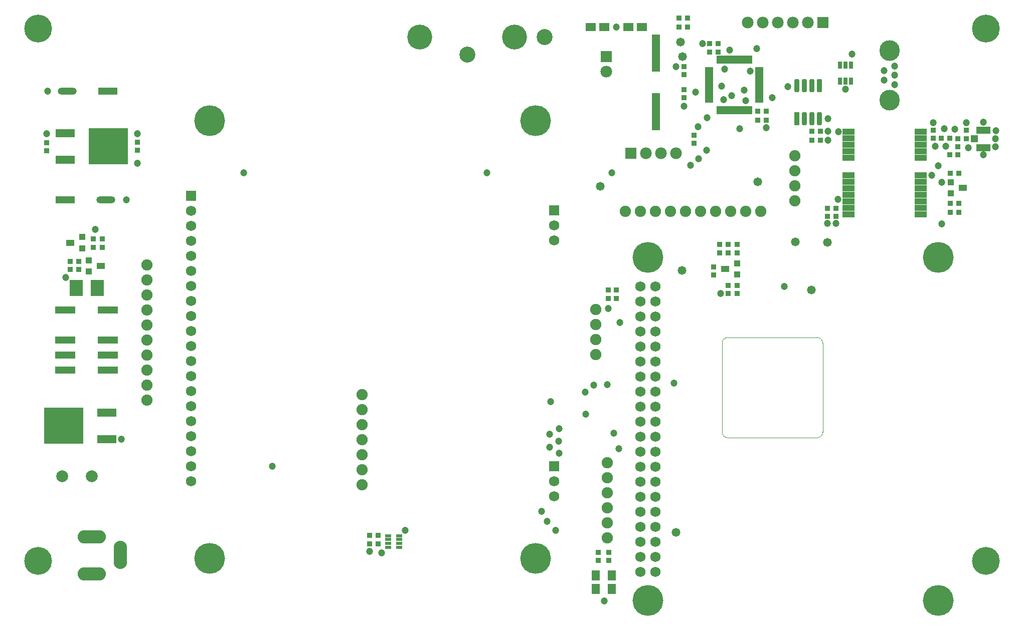
<source format=gts>
%FSLAX44Y44*%
%MOMM*%
G71*
G01*
G75*
G04 Layer_Color=8388736*
%ADD10C,0.2540*%
%ADD11R,3.1600X1.0000*%
%ADD12R,0.7620X0.7620*%
%ADD13R,0.7620X0.7620*%
%ADD14R,1.2700X0.9144*%
%ADD15R,0.9144X0.9144*%
%ADD16R,2.2000X1.0500*%
%ADD17R,1.0500X1.0000*%
%ADD18R,1.9000X0.8000*%
%ADD19R,3.0000X1.0000*%
%ADD20O,3.0000X1.0000*%
%ADD21R,6.5000X5.9000*%
%ADD22R,3.0000X1.2000*%
%ADD23R,2.0000X2.5000*%
G04:AMPARAMS|DCode=24|XSize=2.032mm|YSize=0.6096mm|CornerRadius=0.061mm|HoleSize=0mm|Usage=FLASHONLY|Rotation=90.000|XOffset=0mm|YOffset=0mm|HoleType=Round|Shape=RoundedRectangle|*
%AMROUNDEDRECTD24*
21,1,2.0320,0.4877,0,0,90.0*
21,1,1.9101,0.6096,0,0,90.0*
1,1,0.1219,0.2438,0.9550*
1,1,0.1219,0.2438,-0.9550*
1,1,0.1219,-0.2438,-0.9550*
1,1,0.1219,-0.2438,0.9550*
%
%ADD24ROUNDEDRECTD24*%
G04:AMPARAMS|DCode=25|XSize=2.032mm|YSize=0.6096mm|CornerRadius=0.1524mm|HoleSize=0mm|Usage=FLASHONLY|Rotation=90.000|XOffset=0mm|YOffset=0mm|HoleType=Round|Shape=RoundedRectangle|*
%AMROUNDEDRECTD25*
21,1,2.0320,0.3048,0,0,90.0*
21,1,1.7272,0.6096,0,0,90.0*
1,1,0.3048,0.1524,0.8636*
1,1,0.3048,0.1524,-0.8636*
1,1,0.3048,-0.1524,-0.8636*
1,1,0.3048,-0.1524,0.8636*
%
%ADD25ROUNDEDRECTD25*%
%ADD26R,0.6096X2.0320*%
%ADD27R,1.2000X0.3000*%
%ADD28R,0.3000X1.2000*%
%ADD29R,1.5240X1.2700*%
%ADD30R,1.2000X6.0960*%
%ADD31R,0.5000X1.0000*%
%ADD32R,1.2700X1.5240*%
%ADD33R,0.8000X0.3500*%
%ADD34C,0.6000*%
%ADD35C,0.4000*%
%ADD36C,0.5000*%
%ADD37C,1.4000*%
%ADD38C,0.2032*%
%ADD39C,1.0000*%
%ADD40C,2.0000*%
%ADD41C,0.2500*%
%ADD42C,0.0000*%
%ADD43C,0.1016*%
%ADD44C,0.1020*%
%ADD45C,1.5240*%
%ADD46C,1.7780*%
%ADD47R,1.7780X1.7780*%
%ADD48C,1.7000*%
%ADD49R,1.5240X1.5240*%
%ADD50O,2.0320X4.5720*%
%ADD51O,4.5720X2.0320*%
%ADD52C,1.8000*%
%ADD53R,1.7780X1.7780*%
%ADD54O,3.2000X3.3000*%
%ADD55C,1.0000*%
%ADD56C,2.5000*%
%ADD57C,5.0000*%
%ADD58C,1.2700*%
%ADD59C,4.5000*%
%ADD60C,4.0000*%
%ADD61C,0.8000*%
%ADD62C,0.1270*%
%ADD63C,0.2000*%
%ADD64R,2.5303X2.5400*%
%ADD65R,1.4500X5.0750*%
%ADD66R,0.9652X2.1336*%
%ADD67R,0.2200X1.0000*%
%ADD68R,1.0000X0.2200*%
%ADD69R,2.5400X2.5303*%
%ADD70R,3.3632X1.2032*%
%ADD71R,0.9652X0.9652*%
%ADD72R,0.9652X0.9652*%
%ADD73R,1.4732X1.1176*%
%ADD74R,1.1176X1.1176*%
%ADD75R,2.4032X1.2532*%
%ADD76R,1.2532X1.2032*%
%ADD77R,2.1032X1.0032*%
%ADD78R,3.2032X1.2032*%
%ADD79O,3.2032X1.2032*%
%ADD80R,6.7032X6.1032*%
%ADD81R,3.2032X1.4032*%
%ADD82R,2.2032X2.7032*%
G04:AMPARAMS|DCode=83|XSize=2.2352mm|YSize=0.8128mm|CornerRadius=0.1626mm|HoleSize=0mm|Usage=FLASHONLY|Rotation=90.000|XOffset=0mm|YOffset=0mm|HoleType=Round|Shape=RoundedRectangle|*
%AMROUNDEDRECTD83*
21,1,2.2352,0.4877,0,0,90.0*
21,1,1.9101,0.8128,0,0,90.0*
1,1,0.3251,0.2438,0.9550*
1,1,0.3251,0.2438,-0.9550*
1,1,0.3251,-0.2438,-0.9550*
1,1,0.3251,-0.2438,0.9550*
%
%ADD83ROUNDEDRECTD83*%
G04:AMPARAMS|DCode=84|XSize=2.2352mm|YSize=0.8128mm|CornerRadius=0.254mm|HoleSize=0mm|Usage=FLASHONLY|Rotation=90.000|XOffset=0mm|YOffset=0mm|HoleType=Round|Shape=RoundedRectangle|*
%AMROUNDEDRECTD84*
21,1,2.2352,0.3048,0,0,90.0*
21,1,1.7272,0.8128,0,0,90.0*
1,1,0.5080,0.1524,0.8636*
1,1,0.5080,0.1524,-0.8636*
1,1,0.5080,-0.1524,-0.8636*
1,1,0.5080,-0.1524,0.8636*
%
%ADD84ROUNDEDRECTD84*%
%ADD85R,0.8128X2.2352*%
%ADD86R,1.4032X0.5032*%
%ADD87R,0.5032X1.4032*%
%ADD88R,1.7272X1.4732*%
%ADD89R,1.4032X6.2992*%
%ADD90R,0.7032X1.2032*%
%ADD91R,1.4732X1.7272*%
%ADD92R,1.0032X0.5532*%
%ADD93C,1.7272*%
%ADD94C,1.9812*%
%ADD95R,1.9812X1.9812*%
%ADD96C,1.9032*%
%ADD97R,1.7272X1.7272*%
%ADD98O,2.2352X4.7752*%
%ADD99O,4.7752X2.2352*%
%ADD100C,2.0032*%
%ADD101R,1.9812X1.9812*%
%ADD102O,3.4032X3.5032*%
%ADD103C,1.2032*%
%ADD104C,2.7032*%
%ADD105C,5.2032*%
%ADD106C,1.4732*%
%ADD107C,4.7032*%
%ADD108C,4.2032*%
D42*
X1414500Y1978000D02*
G03*
X1404500Y1968000I0J-10000D01*
G01*
X1404500Y1818000D02*
G03*
X1414500Y1808000I10000J0D01*
G01*
X1564500Y1808000D02*
G03*
X1574500Y1818000I0J10000D01*
G01*
X1574500Y1968000D02*
G03*
X1564500Y1978000I-10000J0D01*
G01*
X1404500Y1818000D02*
Y1968000D01*
X1414500Y1978000D02*
X1564500D01*
X1574500Y1818000D02*
Y1968000D01*
X1414500Y1808000D02*
X1564500D01*
D43*
X327800Y1584270D02*
G03*
X327800Y1572270I0J-6000D01*
G01*
X353200D02*
G03*
X353200Y1584270I0J6000D01*
G01*
X327800Y1646754D02*
G03*
X327800Y1634754I0J-6000D01*
G01*
X353200D02*
G03*
X353200Y1646754I0J6000D01*
G01*
X382252Y1597828D02*
G03*
X394252Y1597828I6000J0D01*
G01*
Y1623228D02*
G03*
X382252Y1623228I-6000J0D01*
G01*
D44*
X327800Y1584270D02*
X353200D01*
X327800Y1572270D02*
X353200D01*
X327800Y1634754D02*
X353200D01*
X327800Y1646754D02*
X353200D01*
X382252Y1597828D02*
Y1623228D01*
X394252Y1597828D02*
Y1623228D01*
D70*
X295300Y1922400D02*
D03*
Y1947800D02*
D03*
Y1973200D02*
D03*
Y2024000D02*
D03*
X367700Y1922400D02*
D03*
Y1947800D02*
D03*
Y1973200D02*
D03*
Y2024000D02*
D03*
D71*
X1390000Y2097250D02*
D03*
Y2083280D02*
D03*
X1397500Y2460500D02*
D03*
Y2474470D02*
D03*
X1383500Y2460500D02*
D03*
Y2474470D02*
D03*
X1816500Y2314000D02*
D03*
Y2327970D02*
D03*
X1802500Y2314220D02*
D03*
Y2300250D02*
D03*
X1761000Y2314500D02*
D03*
Y2328470D02*
D03*
X1582250Y2196500D02*
D03*
Y2182530D02*
D03*
X1596750Y2196470D02*
D03*
Y2182500D02*
D03*
X417000Y2307970D02*
D03*
Y2294000D02*
D03*
X358000Y2144250D02*
D03*
Y2130280D02*
D03*
X343000Y2130250D02*
D03*
Y2144220D02*
D03*
X304000Y2106500D02*
D03*
Y2092530D02*
D03*
X318000Y2106500D02*
D03*
Y2092530D02*
D03*
X1226000Y2058000D02*
D03*
Y2044030D02*
D03*
X1212000Y2058000D02*
D03*
Y2044030D02*
D03*
X264000Y2293500D02*
D03*
Y2307470D02*
D03*
X1340000Y2422000D02*
D03*
Y2435970D02*
D03*
Y2397000D02*
D03*
Y2383030D02*
D03*
X1195750Y1600780D02*
D03*
Y1614750D02*
D03*
X1213250Y1600780D02*
D03*
Y1614750D02*
D03*
X1430000Y2066000D02*
D03*
Y2052030D02*
D03*
X1415000Y2066000D02*
D03*
Y2052030D02*
D03*
X1400000Y2121000D02*
D03*
Y2134970D02*
D03*
X1415000Y2135000D02*
D03*
Y2121030D02*
D03*
X1430000Y2121000D02*
D03*
Y2134970D02*
D03*
X1357000Y2320000D02*
D03*
Y2306030D02*
D03*
D72*
X1465000Y2345000D02*
D03*
X1478970D02*
D03*
X1465000Y2360000D02*
D03*
X1478970D02*
D03*
X1556280Y2326250D02*
D03*
X1570250D02*
D03*
X1556280Y2311250D02*
D03*
X1570250D02*
D03*
X1788500Y2286500D02*
D03*
X1802470D02*
D03*
X1788720Y2314500D02*
D03*
X1774750D02*
D03*
X1803970Y2205000D02*
D03*
X1790000D02*
D03*
X1804000Y2189500D02*
D03*
X1790030D02*
D03*
X1789750Y2255500D02*
D03*
X1803720D02*
D03*
X823500Y1643000D02*
D03*
X809530D02*
D03*
X823500Y1628500D02*
D03*
X809530D02*
D03*
X1332030Y2503000D02*
D03*
X1346000D02*
D03*
X1332030Y2518000D02*
D03*
X1346000D02*
D03*
D73*
X1810570Y2230598D02*
D03*
X303680Y2138152D02*
D03*
X355820Y2098848D02*
D03*
X1409680Y2093652D02*
D03*
D74*
X1790250Y2221200D02*
D03*
Y2240250D02*
D03*
X324000Y2147550D02*
D03*
Y2128500D02*
D03*
X335500Y2089450D02*
D03*
Y2108500D02*
D03*
X1430000Y2103050D02*
D03*
Y2084000D02*
D03*
D75*
X1845250Y2328500D02*
D03*
Y2299000D02*
D03*
D76*
X1830250Y2313750D02*
D03*
D77*
X1618000Y2251750D02*
D03*
Y2240750D02*
D03*
Y2229750D02*
D03*
Y2218750D02*
D03*
Y2207750D02*
D03*
Y2196750D02*
D03*
Y2185750D02*
D03*
Y2325750D02*
D03*
Y2314750D02*
D03*
Y2303750D02*
D03*
Y2292750D02*
D03*
Y2281750D02*
D03*
X1740000D02*
D03*
Y2292750D02*
D03*
Y2303750D02*
D03*
Y2314750D02*
D03*
Y2325750D02*
D03*
Y2185750D02*
D03*
Y2196750D02*
D03*
Y2207750D02*
D03*
Y2218750D02*
D03*
Y2229750D02*
D03*
Y2240750D02*
D03*
Y2251750D02*
D03*
D78*
X367290Y2394000D02*
D03*
X295710Y2210500D02*
D03*
D79*
X298710Y2394000D02*
D03*
X364290Y2210500D02*
D03*
D80*
X368250Y2301000D02*
D03*
X292750Y1828500D02*
D03*
D81*
X295500Y2323500D02*
D03*
Y2278500D02*
D03*
X365500Y1851000D02*
D03*
Y1806000D02*
D03*
D82*
X349750Y2061500D02*
D03*
X314250D02*
D03*
D83*
X1569100Y2403880D02*
D03*
D84*
Y2348000D02*
D03*
X1543700Y2403880D02*
D03*
X1531000D02*
D03*
X1543700Y2348000D02*
D03*
X1556400D02*
D03*
Y2403880D02*
D03*
D85*
X1531000Y2348000D02*
D03*
D86*
X1382500Y2432500D02*
D03*
Y2427500D02*
D03*
Y2422500D02*
D03*
Y2417500D02*
D03*
Y2412500D02*
D03*
Y2407500D02*
D03*
Y2402500D02*
D03*
Y2397500D02*
D03*
Y2392500D02*
D03*
Y2387500D02*
D03*
Y2382500D02*
D03*
Y2377500D02*
D03*
X1467500D02*
D03*
Y2382500D02*
D03*
Y2387500D02*
D03*
Y2392500D02*
D03*
Y2397500D02*
D03*
Y2402500D02*
D03*
Y2407500D02*
D03*
Y2412500D02*
D03*
Y2417500D02*
D03*
Y2422500D02*
D03*
Y2427500D02*
D03*
Y2432500D02*
D03*
D87*
X1397500Y2362500D02*
D03*
X1402500D02*
D03*
X1407500D02*
D03*
X1412500D02*
D03*
X1417500D02*
D03*
X1422500D02*
D03*
X1427500D02*
D03*
X1432500D02*
D03*
X1437500D02*
D03*
X1442500D02*
D03*
X1447500D02*
D03*
X1452500D02*
D03*
Y2447500D02*
D03*
X1447500D02*
D03*
X1442500D02*
D03*
X1437500D02*
D03*
X1432500D02*
D03*
X1427500D02*
D03*
X1422500D02*
D03*
X1417500D02*
D03*
X1412500D02*
D03*
X1407500D02*
D03*
X1402500D02*
D03*
X1397500D02*
D03*
D88*
X1205860Y2503000D02*
D03*
X1183000D02*
D03*
X1246140D02*
D03*
X1269000D02*
D03*
D89*
X1293000Y2458560D02*
D03*
Y2359500D02*
D03*
D90*
X1622500Y2411500D02*
D03*
Y2438500D02*
D03*
X1613000Y2411500D02*
D03*
X1603500D02*
D03*
X1613000Y2438500D02*
D03*
X1603500D02*
D03*
D91*
X1218250Y1552890D02*
D03*
Y1575750D02*
D03*
X1190750Y1552890D02*
D03*
Y1575750D02*
D03*
D92*
X859500Y1629750D02*
D03*
Y1636250D02*
D03*
Y1623250D02*
D03*
Y1642750D02*
D03*
X840500Y1629750D02*
D03*
Y1636250D02*
D03*
Y1623250D02*
D03*
Y1642750D02*
D03*
D93*
X1292200Y1937300D02*
D03*
X1266800D02*
D03*
Y1911900D02*
D03*
X1292200D02*
D03*
X1266800Y1886500D02*
D03*
X1292200D02*
D03*
X1266800Y1861100D02*
D03*
X1292200D02*
D03*
X1266800Y1835700D02*
D03*
X1292200D02*
D03*
Y1708700D02*
D03*
X1266800D02*
D03*
X1292200Y1734100D02*
D03*
X1266800D02*
D03*
X1292200Y1759500D02*
D03*
X1266800D02*
D03*
X1292200Y1784900D02*
D03*
X1266800D02*
D03*
Y1810300D02*
D03*
X1292200D02*
D03*
Y1581700D02*
D03*
X1266800D02*
D03*
X1292200Y1607100D02*
D03*
X1266800D02*
D03*
X1292200Y1632500D02*
D03*
X1266800D02*
D03*
X1292200Y1657900D02*
D03*
X1266800D02*
D03*
Y1683300D02*
D03*
X1292200D02*
D03*
Y1962700D02*
D03*
X1266800D02*
D03*
X1292200Y1988100D02*
D03*
X1266800D02*
D03*
X1292200Y2013500D02*
D03*
X1266800D02*
D03*
X1292200Y2038900D02*
D03*
X1266800D02*
D03*
Y2064300D02*
D03*
X1292200D02*
D03*
X508000Y2192100D02*
D03*
Y2115900D02*
D03*
Y2166700D02*
D03*
Y2141300D02*
D03*
Y2090500D02*
D03*
Y2065100D02*
D03*
Y2039700D02*
D03*
Y2014300D02*
D03*
Y1988900D02*
D03*
Y1963500D02*
D03*
Y1938100D02*
D03*
Y1912700D02*
D03*
Y1887300D02*
D03*
Y1861900D02*
D03*
Y1836500D02*
D03*
Y1811100D02*
D03*
Y1785700D02*
D03*
Y1760300D02*
D03*
Y1734900D02*
D03*
X1121000Y2141700D02*
D03*
Y2167100D02*
D03*
Y1709700D02*
D03*
Y1735100D02*
D03*
D94*
X1448000Y2510000D02*
D03*
X1473400Y2510000D02*
D03*
X1498800Y2510000D02*
D03*
X1549600Y2510000D02*
D03*
X1524200Y2510000D02*
D03*
X1209000Y2427600D02*
D03*
X1326200Y2289000D02*
D03*
X1275400Y2289000D02*
D03*
X1300800Y2289000D02*
D03*
D95*
X1575000Y2510000D02*
D03*
X1250000Y2289000D02*
D03*
D96*
X1210750Y1638750D02*
D03*
Y1664150D02*
D03*
Y1689550D02*
D03*
Y1714950D02*
D03*
Y1740350D02*
D03*
Y1765750D02*
D03*
X1527500Y2208500D02*
D03*
Y2233900D02*
D03*
Y2259300D02*
D03*
Y2284700D02*
D03*
X796500Y1728750D02*
D03*
Y1754150D02*
D03*
Y1779550D02*
D03*
Y1804950D02*
D03*
Y1830350D02*
D03*
Y1855750D02*
D03*
Y1881150D02*
D03*
X1190869Y2025454D02*
D03*
Y2000054D02*
D03*
Y1974654D02*
D03*
Y1949254D02*
D03*
X433750Y2100350D02*
D03*
Y2074950D02*
D03*
Y2049550D02*
D03*
Y2024150D02*
D03*
Y1998750D02*
D03*
Y1973350D02*
D03*
Y1947950D02*
D03*
Y1922550D02*
D03*
Y1897150D02*
D03*
Y1871750D02*
D03*
X1241150Y2190750D02*
D03*
X1266550D02*
D03*
X1291950D02*
D03*
X1317350D02*
D03*
X1342750D02*
D03*
X1368150D02*
D03*
X1393550D02*
D03*
X1418950D02*
D03*
X1444350D02*
D03*
X1469750D02*
D03*
D97*
X508000Y2217500D02*
D03*
X1121000Y2192500D02*
D03*
Y1760500D02*
D03*
D98*
X388506Y1610528D02*
D03*
D99*
X340500Y1578016D02*
D03*
Y1640500D02*
D03*
D100*
X340000Y1743000D02*
D03*
X290000D02*
D03*
D101*
X1209000Y2453000D02*
D03*
D102*
X1687000Y2379000D02*
D03*
Y2463000D02*
D03*
D103*
X1678000Y2413000D02*
D03*
Y2429000D02*
D03*
X1696000Y2437000D02*
D03*
Y2421000D02*
D03*
Y2405000D02*
D03*
X1758000Y2251750D02*
D03*
X1600000Y2211750D02*
D03*
X1479000Y2332500D02*
D03*
X1845250Y2341500D02*
D03*
X1408750Y2431250D02*
D03*
X1371750Y2474750D02*
D03*
X1775750Y2169750D02*
D03*
Y2240250D02*
D03*
X1601000Y2325750D02*
D03*
X1596750Y2170500D02*
D03*
X1582250D02*
D03*
X1582750Y2311250D02*
D03*
X1582750Y2326250D02*
D03*
X1769750Y2268000D02*
D03*
X1866250Y2300500D02*
D03*
Y2313750D02*
D03*
X1866500Y2327500D02*
D03*
X1820250Y2298750D02*
D03*
X1782250Y2300750D02*
D03*
X1764750D02*
D03*
X1797250Y2330250D02*
D03*
X1779250Y2330750D02*
D03*
X1845500Y2286750D02*
D03*
X1816500Y2340750D02*
D03*
X1761000Y2341250D02*
D03*
X645250Y1760300D02*
D03*
X398250Y2210500D02*
D03*
X265750Y2394000D02*
D03*
X829500Y1614000D02*
D03*
X296000Y2079500D02*
D03*
X417000Y2272000D02*
D03*
X346500Y2160500D02*
D03*
X264000Y2322500D02*
D03*
X417000D02*
D03*
X869000Y1652000D02*
D03*
X1174500Y1848500D02*
D03*
X1115000Y1869500D02*
D03*
X1211000Y1898500D02*
D03*
X1188000Y1897500D02*
D03*
X1173000Y1885500D02*
D03*
X1129000Y1782000D02*
D03*
X1113000Y1792000D02*
D03*
X1128900Y1802400D02*
D03*
X1113000Y1814000D02*
D03*
X1129000Y1824000D02*
D03*
X1218000Y2256000D02*
D03*
X596500D02*
D03*
X1007500D02*
D03*
X1099500Y1683500D02*
D03*
X1123000Y1651750D02*
D03*
X1109000Y1667000D02*
D03*
X809530Y1616030D02*
D03*
X1205250Y1532250D02*
D03*
X1402030Y2052030D02*
D03*
X390000Y1805500D02*
D03*
X1509100Y2064000D02*
D03*
X1327030Y2435970D02*
D03*
X1444000Y2378000D02*
D03*
X1442000Y2396000D02*
D03*
X1420500Y2386500D02*
D03*
X1407000Y2380000D02*
D03*
X1583000Y2348000D02*
D03*
X1613000Y2398000D02*
D03*
X1452000Y2428000D02*
D03*
X1360000Y2393000D02*
D03*
X1226000Y2503000D02*
D03*
X1340000Y2369000D02*
D03*
X1212000Y2027000D02*
D03*
X1489000Y2383000D02*
D03*
X1434000Y2331000D02*
D03*
X1417000Y2464000D02*
D03*
X1364000Y2334000D02*
D03*
X1379000Y2349000D02*
D03*
X1378000Y2294000D02*
D03*
X1365000Y2280000D02*
D03*
X1351000Y2269000D02*
D03*
X1323000Y1901000D02*
D03*
X1232000Y2003000D02*
D03*
X1515000Y2402000D02*
D03*
X1404000Y2403000D02*
D03*
X1463000Y2466000D02*
D03*
X1624000Y2457000D02*
D03*
X1222000Y1816000D02*
D03*
X1230000Y1790000D02*
D03*
D104*
X1105000Y2486000D02*
D03*
X974000Y2456000D02*
D03*
D105*
X1769500Y1533000D02*
D03*
X1279500D02*
D03*
Y2113000D02*
D03*
X1769500D02*
D03*
X539500Y1604500D02*
D03*
Y2344500D02*
D03*
X1089500Y1604500D02*
D03*
Y2344500D02*
D03*
D106*
X1198500Y2233500D02*
D03*
X1555000Y2058500D02*
D03*
X1337000Y2091000D02*
D03*
X1582000Y2139000D02*
D03*
X1528000Y2139500D02*
D03*
X1465000Y2241000D02*
D03*
X1334000Y2477000D02*
D03*
X1338000Y2453000D02*
D03*
X1327000Y1648000D02*
D03*
D107*
X1850000Y1600000D02*
D03*
Y2500000D02*
D03*
X250000Y1600000D02*
D03*
Y2500000D02*
D03*
D108*
X1054000Y2486000D02*
D03*
X894000D02*
D03*
M02*

</source>
